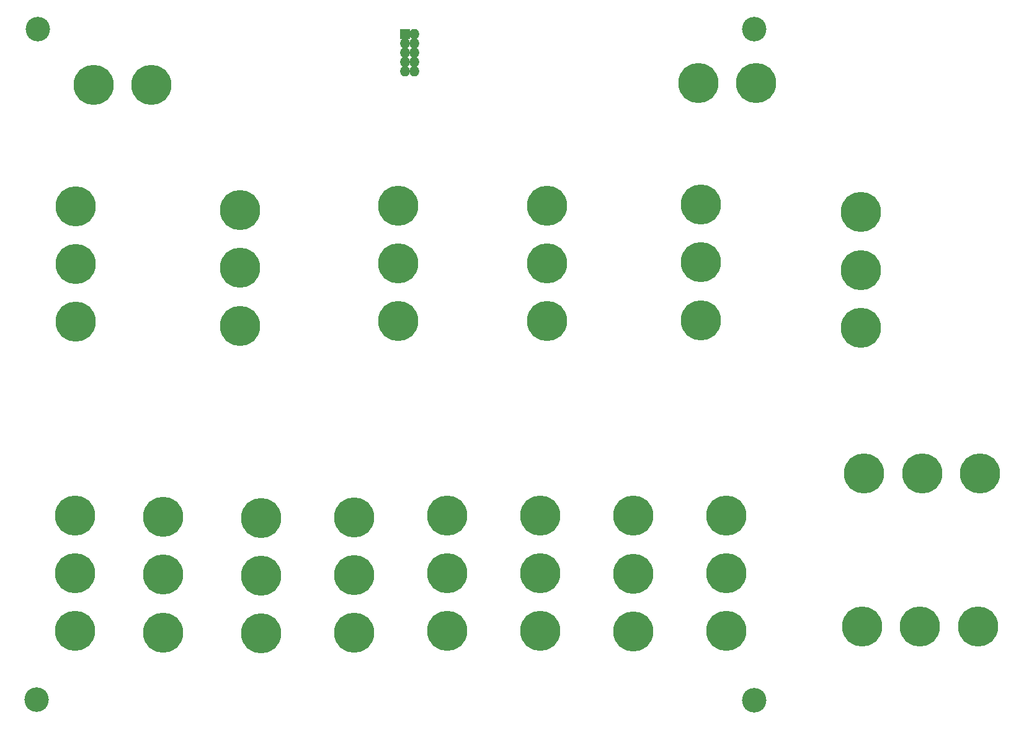
<source format=gbr>
G04 #@! TF.GenerationSoftware,KiCad,Pcbnew,(5.0.0)*
G04 #@! TF.CreationDate,2019-12-11T16:29:05-06:00*
G04 #@! TF.ProjectId,PatchPanel,506174636850616E656C2E6B69636164,rev?*
G04 #@! TF.SameCoordinates,Original*
G04 #@! TF.FileFunction,Soldermask,Bot*
G04 #@! TF.FilePolarity,Negative*
%FSLAX46Y46*%
G04 Gerber Fmt 4.6, Leading zero omitted, Abs format (unit mm)*
G04 Created by KiCad (PCBNEW (5.0.0)) date 12/11/19 16:29:05*
%MOMM*%
%LPD*%
G01*
G04 APERTURE LIST*
%ADD10C,3.346400*%
%ADD11C,5.480000*%
%ADD12R,1.400000X1.400000*%
%ADD13O,1.400000X1.400000*%
G04 APERTURE END LIST*
D10*
G04 #@! TO.C,REF\002A\002A*
X144780000Y-50800000D03*
G04 #@! TD*
G04 #@! TO.C,REF\002A\002A*
X46837600Y-142367000D03*
G04 #@! TD*
G04 #@! TO.C,REF\002A\002A*
X144780000Y-142494000D03*
G04 #@! TD*
G04 #@! TO.C,REF\002A\002A*
X46990000Y-50800000D03*
G04 #@! TD*
D11*
G04 #@! TO.C,Conn2*
X159511782Y-132416060D03*
X167411782Y-132416060D03*
X175311782Y-132416060D03*
G04 #@! TD*
G04 #@! TO.C,Conn3*
X74631060Y-75513218D03*
X74631060Y-83413218D03*
X74631060Y-91313218D03*
G04 #@! TD*
G04 #@! TO.C,Conn4*
X159791782Y-111461060D03*
X167691782Y-111461060D03*
X175591782Y-111461060D03*
G04 #@! TD*
G04 #@! TO.C,Conn5*
X96221060Y-74878218D03*
X96221060Y-82778218D03*
X96221060Y-90678218D03*
G04 #@! TD*
G04 #@! TO.C,Conn6*
X159385000Y-91585744D03*
X159385000Y-83685744D03*
X159385000Y-75785744D03*
G04 #@! TD*
G04 #@! TO.C,Conn7*
X116541060Y-74878218D03*
X116541060Y-82778218D03*
X116541060Y-90678218D03*
G04 #@! TD*
G04 #@! TO.C,Conn8*
X137496060Y-90551218D03*
X137496060Y-82651218D03*
X137496060Y-74751218D03*
G04 #@! TD*
G04 #@! TO.C,Conn10*
X77470000Y-133350000D03*
X77470000Y-125450000D03*
X77470000Y-117550000D03*
G04 #@! TD*
G04 #@! TO.C,Conn11*
X140970000Y-117221000D03*
X140970000Y-125121000D03*
X140970000Y-133021000D03*
G04 #@! TD*
G04 #@! TO.C,Conn12*
X90170000Y-117475000D03*
X90170000Y-125375000D03*
X90170000Y-133275000D03*
G04 #@! TD*
G04 #@! TO.C,Conn13*
X102870000Y-133021000D03*
X102870000Y-125121000D03*
X102870000Y-117221000D03*
G04 #@! TD*
G04 #@! TO.C,Conn14*
X115570000Y-133021000D03*
X115570000Y-125121000D03*
X115570000Y-117221000D03*
G04 #@! TD*
G04 #@! TO.C,Conn15*
X52070000Y-117221000D03*
X52070000Y-125121000D03*
X52070000Y-133021000D03*
G04 #@! TD*
G04 #@! TO.C,Conn16*
X128270000Y-133083000D03*
X128270000Y-125183000D03*
X128270000Y-117283000D03*
G04 #@! TD*
G04 #@! TO.C,Conn1*
X52163180Y-74979654D03*
X52163180Y-82879654D03*
X52163180Y-90779654D03*
G04 #@! TD*
G04 #@! TO.C,Conn18*
X137160000Y-58166000D03*
X145060000Y-58166000D03*
G04 #@! TD*
G04 #@! TO.C,Conn9*
X54610000Y-58420000D03*
X62510000Y-58420000D03*
G04 #@! TD*
G04 #@! TO.C,Conn17*
X64135000Y-133210000D03*
X64135000Y-125310000D03*
X64135000Y-117410000D03*
G04 #@! TD*
D12*
G04 #@! TO.C,Conn19*
X97155000Y-51435000D03*
D13*
X98425000Y-51435000D03*
X97155000Y-52705000D03*
X98425000Y-52705000D03*
X97155000Y-53975000D03*
X98425000Y-53975000D03*
X97155000Y-55245000D03*
X98425000Y-55245000D03*
X97155000Y-56515000D03*
X98425000Y-56515000D03*
G04 #@! TD*
M02*

</source>
